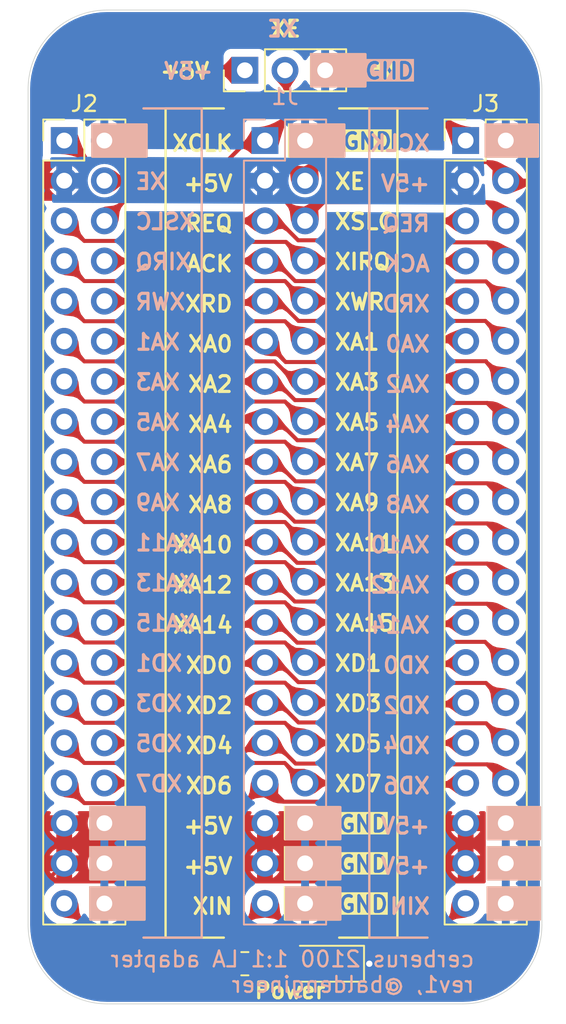
<source format=kicad_pcb>
(kicad_pcb (version 20240108) (generator "pcbnew") (generator_version "8.0")
  (title_block (title "CERBERUS 2100(tm) Logic Analyzer Adapter (1 to 1 map)") (date "2024-04-12") (rev "1") (company "@baldengineer"))
  (layers (0 "F.Cu" signal) (31 "B.Cu" signal) (34 "B.Paste" user) (35 "F.Paste" user) (36 "B.SilkS" user "B.Silkscreen") (37 "F.SilkS" user "F.Silkscreen") (38 "B.Mask" user) (39 "F.Mask" user) (44 "Edge.Cuts" user))
  (net 0 "")
  (net 1 "/XA3")
  (net 2 "GND")
  (net 3 "/XA8")
  (net 4 "/XA11")
  (net 5 "/XD6")
  (net 6 "/XBUSREQ")
  (net 7 "/XD3")
  (net 8 "/XA7")
  (net 9 "/XA0")
  (net 10 "/XD0")
  (net 11 "+5V")
  (net 12 "/XE")
  (net 13 "/XCLK")
  (net 14 "/XWR")
  (net 15 "/XA14")
  (net 16 "/XIRQ")
  (net 17 "/XA2")
  (net 18 "/XA6")
  (net 19 "/XD1")
  (net 20 "/XA15")
  (net 21 "/XD2")
  (net 22 "/XA13")
  (net 23 "/XD5")
  (net 24 "/XA5")
  (net 25 "/XSLC")
  (net 26 "/XA10")
  (net 27 "/XRD")
  (net 28 "/XA12")
  (net 29 "/XBUSACK")
  (net 30 "/XA4")
  (net 31 "/XA9")
  (net 32 "/XD4")
  (net 33 "/XA1")
  (net 34 "/XIN")
  (net 35 "/XD7")
  (net 36 "Net-(D1-A)")
  (footprint "LED_SMD:LED_1206_3216Metric_Pad1.42x1.75mm_HandSolder" (layer "F.Cu") (at 153.67 118.11 180)
    (property "Reference" "D1" (hide yes))
    (property "Value" "Pwr")
  )
  (footprint "Connector_PinHeader_2.54mm:PinHeader_2x20_P2.54mm_Vertical" (layer "F.Cu") (at 137.16 66.04)
    (property "Reference" "J2")
    (property "Value" "Card_Header")
  )
  (footprint "Connector_PinHeader_2.54mm:PinHeader_2x20_P2.54mm_Vertical" (layer "F.Cu") (at 162.56 66.04)
    (property "Reference" "J3")
    (property "Value" "LA_Header" (hide yes))
  )
  (footprint "Resistor_SMD:R_0805_2012Metric_Pad1.20x1.40mm_HandSolder" (layer "F.Cu") (at 148.59 118.11)
    (property "Reference" "R1" (hide yes))
    (property "Value" "1k")
  )
  (footprint "Connector_PinHeader_2.54mm:PinHeader_1x03_P2.54mm_Vertical" (layer "F.Cu") (at 148.59 61.595 90)
    (property "Reference" "J4" (hide yes))
    (property "Value" "XE_Header")
  )
  (footprint "Connector_PinSocket_2.54mm:PinSocket_2x20_P2.54mm_Vertical" (layer "B.Cu") (at 149.86 66.04 180)
    (property "Reference" "J1")
    (property "Value" "Cerberus_Expansion" (hide yes))
  )
  (gr_rect (start 138.811 108.204) (end 142.24 110.236) (stroke (width 0.15)) (fill solid) (layer "B.SilkS"))
  (gr_line (start 145.8595 116.459) (end 142.1765 116.459) (stroke (width 0.15)) (layer "B.SilkS"))
  (gr_rect (start 163.957 113.284) (end 167.259 115.316) (stroke (width 0.15)) (fill solid) (layer "B.SilkS"))
  (gr_rect (start 151.20227 110.744) (end 154.63127 112.776) (stroke (width 0.15)) (fill solid) (layer "B.SilkS"))
  (gr_line (start 142.1765 64.008) (end 145.8595 64.008) (stroke (width 0.15)) (layer "B.SilkS"))
  (gr_line (start 156.464 116.459) (end 156.464 64.008) (stroke (width 0.15)) (layer "B.SilkS"))
  (gr_rect (start 151.20227 108.204) (end 154.63127 110.236) (stroke (width 0.15)) (fill solid) (layer "B.SilkS"))
  (gr_rect (start 138.811 113.284) (end 142.24 115.316) (stroke (width 0.15)) (fill solid) (layer "B.SilkS"))
  (gr_line (start 156.464 64.008) (end 160.147 64.008) (stroke (width 0.15)) (layer "B.SilkS"))
  (gr_rect (start 138.811 110.744) (end 142.24 112.776) (stroke (width 0.15)) (fill solid) (layer "B.SilkS"))
  (gr_line (start 160.147 116.459) (end 156.464 116.459) (stroke (width 0.15)) (layer "B.SilkS"))
  (gr_rect (start 163.957 110.744) (end 167.259 112.776) (stroke (width 0.15)) (fill solid) (layer "B.SilkS"))
  (gr_rect (start 151.20227 113.284) (end 154.63127 115.316) (stroke (width 0.15)) (fill solid) (layer "B.SilkS"))
  (gr_line (start 145.8595 64.008) (end 145.8595 116.459) (stroke (width 0.15)) (layer "B.SilkS"))
  (gr_rect (start 163.957 108.204) (end 167.259 110.236) (stroke (width 0.15)) (fill solid) (layer "B.SilkS"))
  (gr_rect (start 138.938 65.024) (end 142.367 67.056) (stroke (width 0.15)) (fill solid) (layer "B.SilkS"))
  (gr_rect (start 152.78977 60.579) (end 156.21877 62.611) (stroke (width 0.15)) (fill solid) (layer "B.SilkS"))
  (gr_rect (start 151.45627 65.024) (end 154.88527 67.056) (stroke (width 0.15)) (fill solid) (layer "B.SilkS"))
  (gr_rect (start 163.83 65.024) (end 167.132 67.056) (stroke (width 0.15)) (fill solid) (layer "B.SilkS"))
  (gr_line (start 143.5735 64.008) (end 147.2565 64.008) (stroke (width 0.15)) (layer "F.SilkS"))
  (gr_rect (start 138.811 110.744) (end 142.24 112.776) (stroke (width 0.15)) (fill solid) (layer "F.SilkS"))
  (gr_line (start 147.2565 116.459) (end 143.5735 116.459) (stroke (width 0.15)) (layer "F.SilkS"))
  (gr_rect (start 152.781 60.579) (end 156.21 62.611) (stroke (width 0.15)) (fill solid) (layer "F.SilkS"))
  (gr_rect (start 138.938 65.024) (end 142.367 67.056) (stroke (width 0.15)) (fill solid) (layer "F.SilkS"))
  (gr_line (start 158.242 116.459) (end 154.559 116.459) (stroke (width 0.15)) (layer "F.SilkS"))
  (gr_line (start 158.242 64.008) (end 158.242 116.459) (stroke (width 0.15)) (layer "F.SilkS"))
  (gr_rect (start 151.384 65.024) (end 154.813 67.056) (stroke (width 0.15)) (fill solid) (layer "F.SilkS"))
  (gr_rect (start 163.83 65.024) (end 167.132 67.056) (stroke (width 0.15)) (fill solid) (layer "F.SilkS"))
  (gr_rect (start 163.957 113.284) (end 167.259 115.316) (stroke (width 0.15)) (fill solid) (layer "F.SilkS"))
  (gr_rect (start 138.811 108.204) (end 142.24 110.236) (stroke (width 0.15)) (fill solid) (layer "F.SilkS"))
  (gr_rect (start 151.13 110.744) (end 154.559 112.776) (stroke (width 0.15)) (fill solid) (layer "F.SilkS"))
  (gr_rect (start 163.957 108.204) (end 167.259 110.236) (stroke (width 0.15)) (fill solid) (layer "F.SilkS"))
  (gr_rect (start 151.13 108.204) (end 154.559 110.236) (stroke (width 0.15)) (fill solid) (layer "F.SilkS"))
  (gr_line (start 154.559 64.008) (end 158.242 64.008) (stroke (width 0.15)) (layer "F.SilkS"))
  (gr_line (start 143.5735 116.459) (end 143.5735 64.008) (stroke (width 0.15)) (layer "F.SilkS"))
  (gr_rect (start 163.957 110.744) (end 167.259 112.776) (stroke (width 0.15)) (fill solid) (layer "F.SilkS"))
  (gr_rect (start 151.13 113.284) (end 154.559 115.316) (stroke (width 0.15)) (fill solid) (layer "F.SilkS"))
  (gr_rect (start 138.811 113.284) (end 142.24 115.316) (stroke (width 0.15)) (fill solid) (layer "F.SilkS"))
  (gr_arc (start 167.386 115.65) (mid 165.921534 119.185534) (end 162.386 120.65) (stroke (width 0.05)) (layer "Edge.Cuts"))
  (gr_arc (start 134.874 62.785) (mid 136.338466 59.249466) (end 139.874 57.785) (stroke (width 0.05)) (layer "Edge.Cuts"))
  (gr_arc (start 139.874 120.65) (mid 136.338466 119.185534) (end 134.874 115.65) (stroke (width 0.05)) (layer "Edge.Cuts"))
  (gr_line (start 134.874 115.65) (end 134.874 62.785) (stroke (width 0.05)) (layer "Edge.Cuts"))
  (gr_line (start 162.386 120.65) (end 139.874 120.65) (stroke (width 0.05)) (layer "Edge.Cuts"))
  (gr_line (start 167.386 62.785) (end 167.386 115.65) (stroke (width 0.05)) (layer "Edge.Cuts"))
  (gr_arc (start 162.386 57.785) (mid 165.921534 59.249466) (end 167.386 62.785) (stroke (width 0.05)) (layer "Edge.Cuts"))
  (gr_line (start 139.874 57.785) (end 162.386 57.785) (stroke (width 0.05)) (layer "Edge.Cuts"))
  (gr_text "XD2" (at 160.401 102.362 -0) (layer "B.SilkS") (effects (font (size 1 1) (thickness 0.2)) (justify left bottom mirror)))
  (gr_text "+5V" (at 146.685 62.23 -0) (layer "B.SilkS") (effects (font (size 1 1) (thickness 0.2)) (justify left bottom mirror)))
  (gr_text "XA4" (at 160.401 84.582 -0) (layer "B.SilkS") (effects (font (size 1 1) (thickness 0.2)) (justify left bottom mirror)))
  (gr_text "XA13" (at 145.542 94.615 -0) (layer "B.SilkS") (effects (font (size 1 1) (thickness 0.2)) (justify left bottom mirror)))
  (gr_text "XA10" (at 160.401 92.202 -0) (layer "B.SilkS") (effects (font (size 1 1) (thickness 0.2)) (justify left bottom mirror)))
  (gr_text "XA11" (at 145.542 92.075 -0) (layer "B.SilkS") (effects (font (size 1 1) (thickness 0.2)) (justify left bottom mirror)))
  (gr_text "XA9" (at 144.589619 89.535 -0) (layer "B.SilkS") (effects (font (size 1 1) (thickness 0.2)) (justify left bottom mirror)))
  (gr_text "+5V" (at 160.401 69.342 -0) (layer "B.SilkS") (effects (font (size 1 1) (thickness 0.2)) (justify left bottom mirror)))
  (gr_text "XA6" (at 160.401 87.122 -0) (layer "B.SilkS") (effects (font (size 1 1) (thickness 0.2)) (justify left bottom mirror)))
  (gr_text "XE" (at 152.019 59.563 -0) (layer "B.SilkS") (effects (font (size 1 1) (thickness 0.2)) (justify left bottom mirror)))
  (gr_text "+5V" (at 160.401 109.982 -0) (layer "B.SilkS") (effects (font (size 1 1) (thickness 0.2)) (justify left bottom mirror)))
  (gr_text "XA2" (at 160.401 82.042 -0) (layer "B.SilkS") (effects (font (size 1 1) (thickness 0.2)) (justify left bottom mirror)))
  (gr_text "REQ" (at 160.401 71.882 -0) (layer "B.SilkS") (effects (font (size 1 1) (thickness 0.2)) (justify left bottom mirror)))
  (gr_text "XIN" (at 160.401 115.062 -0) (layer "B.SilkS") (effects (font (size 1 1) (thickness 0.2)) (justify left bottom mirror)))
  (gr_text "+5V" (at 160.401 112.522 -0) (layer "B.SilkS") (effects (font (size 1 1) (thickness 0.2)) (justify left bottom mirror)))
  (gr_text "XE" (at 143.684857 69.215 -0) (layer "B.SilkS") (effects (font (size 1 1) (thickness 0.2)) (justify left bottom mirror)))
  (gr_text "XCLK" (at 160.401 66.802 -0) (layer "B.SilkS") (effects (font (size 1 1) (thickness 0.2)) (justify left bottom mirror)))
  (gr_text "XWR" (at 144.922952 76.835 -0) (layer "B.SilkS") (effects (font (size 1 1) (thickness 0.2)) (justify left bottom mirror)))
  (gr_text "XIRQ" (at 145.303904 74.295 -0) (layer "B.SilkS") (effects (font (size 1 1) (thickness 0.2)) (justify left bottom mirror)))
  (gr_text "XD4" (at 160.401 104.902 -0) (layer "B.SilkS") (effects (font (size 1 1) (thickness 0.2)) (justify left bottom mirror)))
  (gr_text "XD1" (at 144.732476 99.695 -0) (layer "B.SilkS") (effects (font (size 1 1) (thickness 0.2)) (justify left bottom mirror)))
  (gr_text "XRD" (at 160.401 76.962 -0) (layer "B.SilkS") (effects (font (size 1 1) (thickness 0.2)) (justify left bottom mirror)))
  (gr_text "XA8" (at 160.401 89.662 -0) (layer "B.SilkS") (effects (font (size 1 1) (thickness 0.2)) (justify left bottom mirror)))
  (gr_text "XD7" (at 144.732476 107.315 -0) (layer "B.SilkS") (effects (font (size 1 1) (thickness 0.2)) (justify left bottom mirror)))
  (gr_text "XSLC" (at 145.542 71.755 -0) (layer "B.SilkS") (effects (font (size 1 1) (thickness 0.2)) (justify left bottom mirror)))
  (gr_text "XA12" (at 160.401 94.742 -0) (layer "B.SilkS") (effects (font (size 1 1) (thickness 0.2)) (justify left bottom mirror)))
  (gr_text "XD0" (at 160.401 99.822 -0) (layer "B.SilkS") (effects (font (size 1 1) (thickness 0.2)) (justify left bottom mirror)))
  (gr_text "XD3" (at 144.732476 102.235 -0) (layer "B.SilkS") (effects (font (size 1 1) (thickness 0.2)) (justify left bottom mirror)))
  (gr_text "XD6" (at 160.401 107.442 -0) (layer "B.SilkS") (effects (font (size 1 1) (thickness 0.2)) (justify left bottom mirror)))
  (gr_text "XA3" (at 144.589619 81.915 -0) (layer "B.SilkS") (effects (font (size 1 1) (thickness 0.2)) (justify left bottom mirror)))
  (gr_text "cerberus 2100 1:1 LA adapter\nrev1, @baldengineer" (at 163.195 120.015 0) (layer "B.SilkS") (effects (font (size 1 1)) (justify left bottom mirror)))
  (gr_text "XA15" (at 145.542 97.155 -0) (layer "B.SilkS") (effects (font (size 1 1) (thickness 0.2)) (justify left bottom mirror)))
  (gr_text "GND" (at 156.09177 60.96 180) (layer "B.SilkS" knockout) (effects (font (size 1 1) (thickness 0.2) (bold yes)) (justify left bottom mirror)))
  (gr_text "XD5" (at 144.732476 104.775 -0) (layer "B.SilkS") (effects (font (size 1 1) (thickness 0.2)) (justify left bottom mirror)))
  (gr_text "XA5" (at 144.589619 84.455 -0) (layer "B.SilkS") (effects (font (size 1 1) (thickness 0.2)) (justify left bottom mirror)))
  (gr_text "ACK" (at 160.401 74.422 -0) (layer "B.SilkS") (effects (font (size 1 1) (thickness 0.2)) (justify left bottom mirror)))
  (gr_text "XA1" (at 144.589619 79.375 -0) (layer "B.SilkS") (effects (font (size 1 1) (thickness 0.2)) (justify left bottom mirror)))
  (gr_text "XA14" (at 160.401 97.282 -0) (layer "B.SilkS") (effects (font (size 1 1) (thickness 0.2)) (justify left bottom mirror)))
  (gr_text "XA0" (at 160.401 79.502 -0) (layer "B.SilkS") (effects (font (size 1 1) (thickness 0.2)) (justify left bottom mirror)))
  (gr_text "XA7" (at 144.589619 86.995 -0) (layer "B.SilkS") (effects (font (size 1 1) (thickness 0.2)) (justify left bottom mirror)))
  (gr_text "Power" (at 149.098 120.396 0) (layer "F.SilkS") (effects (font (size 1 1) (thickness 0.2) (bold yes)) (justify left bottom)))
  (gr_text "GND" (at 154.686 66.675 0) (layer "F.SilkS" knockout) (effects (font (size 1 1) (thickness 0.2) (bold yes)) (justify left bottom)))
  (gr_text "XA5" (at 154.178 84.455 0) (layer "F.SilkS") (effects (font (size 1 1) (thickness 0.2)) (justify left bottom)))
  (gr_text "+5V" (at 144.605286 69.342 0) (layer "F.SilkS") (effects (font (size 1 1) (thickness 0.2)) (justify left bottom)))
  (gr_text "XD7" (at 154.178 107.315 0) (layer "F.SilkS") (effects (font (size 1 1) (thickness 0.2)) (justify left bottom)))
  (gr_text "XA8" (at 144.891 89.662 0) (layer "F.SilkS") (effects (font (size 1 1) (thickness 0.2)) (justify left bottom)))
  (gr_text "XA6" (at 144.891 87.122 0) (layer "F.SilkS") (effects (font (size 1 1) (thickness 0.2)) (justify left bottom)))
  (gr_text "REQ" (at 144.700524 71.882 0) (layer "F.SilkS") (effects (font (size 1 1) (thickness 0.2)) (justify left bottom)))
  (gr_text "XA0" (at 144.891 79.502 0) (layer "F.SilkS") (effects (font (size 1 1) (thickness 0.2)) (justify left bottom)))
  (gr_text "XA10" (at 143.938619 92.202 0) (layer "F.SilkS") (effects (font (size 1 1) (thickness 0.2)) (justify left bottom)))
  (gr_text "XA14" (at 143.938619 97.282 0) (layer "F.SilkS") (effects (font (size 1 1) (thickness 0.2)) (justify left bottom)))
  (gr_text "XWR" (at 154.178 76.835 0) (layer "F.SilkS") (effects (font (size 1 1) (thickness 0.2)) (justify left bottom)))
  (gr_text "XA13" (at 154.178 94.615 0) (layer "F.SilkS") (effects (font (size 1 1) (thickness 0.2)) (justify left bottom)))
  (gr_text "+5V" (at 144.605286 112.522 0) (layer "F.SilkS") (effects (font (size 1 1) (thickness 0.2)) (justify left bottom)))
  (gr_text "XIN" (at 145.176715 115.062 0) (layer "F.SilkS") (effects (font (size 1 1) (thickness 0.2)) (justify left bottom)))
  (gr_text "XA7" (at 154.178 86.995 0) (layer "F.SilkS") (effects (font (size 1 1) (thickness 0.2)) (justify left bottom)))
  (gr_text "+5V" (at 144.605286 109.982 0) (layer "F.SilkS") (effects (font (size 1 1) (thickness 0.2)) (justify left bottom)))
  (gr_text "XA15" (at 154.178 97.155 0) (layer "F.SilkS") (effects (font (size 1 1) (thickness 0.2)) (justify left bottom)))
  (gr_text "+5V" (at 143.129 62.23 0) (layer "F.SilkS") (effects (font (size 1 1) (thickness 0.2)) (justify left bottom)))
  (gr_text "ACK" (at 144.795762 74.422 0) (layer "F.SilkS") (effects (font (size 1 1) (thickness 0.2)) (justify left bottom)))
  (gr_text "XD5" (at 154.178 104.775 0) (layer "F.SilkS") (effects (font (size 1 1) (thickness 0.2)) (justify left bottom)))
  (gr_text "XA2" (at 144.891 82.042 0) (layer "F.SilkS") (effects (font (size 1 1) (thickness 0.2)) (justify left bottom)))
  (gr_text "XA12" (at 143.938619 94.742 0) (layer "F.SilkS") (effects (font (size 1 1) (thickness 0.2)) (justify left bottom)))
  (gr_text "XD0" (at 144.748143 99.822 0) (layer "F.SilkS") (effects (font (size 1 1) (thickness 0.2)) (justify left bottom)))
  (gr_text "XD6" (at 144.748143 107.442 0) (layer "F.SilkS") (effects (font (size 1 1) (thickness 0.2)) (justify left bottom)))
  (gr_text "XD3" (at 154.178 102.235 0) (layer "F.SilkS") (effects (font (size 1 1) (thickness 0.2)) (justify left bottom)))
  (gr_text "XA1" (at 154.178 79.375 0) (layer "F.SilkS") (effects (font (size 1 1) (thickness 0.2)) (justify left bottom)))
  (gr_text "GND" (at 156.083 62.23 0) (layer "F.SilkS" knockout) (effects (font (size 1 1) (thickness 0.2) (bold yes)) (justify left bottom)))
  (gr_text "XA4" (at 144.891 84.582 0) (layer "F.SilkS") (effects (font (size 1 1) (thickness 0.2)) (justify left bottom)))
  (gr_text "XD1" (at 154.178 99.695 0) (layer "F.SilkS") (effects (font (size 1 1) (thickness 0.2)) (justify left bottom)))
  (gr_text "XD2" (at 144.748143 102.362 0) (layer "F.SilkS") (effects (font (size 1 1) (thickness 0.2)) (justify left bottom)))
  (gr_text "XRD" (at 144.700524 76.962 0) (layer "F.SilkS") (effects (font (size 1 1) (thickness 0.2)) (justify left bottom)))
  (gr_text "XE" (at 150.114 59.563 0) (layer "F.SilkS") (effects (font (size 1 1) (thickness 0.2)) (justify left bottom)))
  (gr_text "XA3" (at 154.178 81.915 0) (layer "F.SilkS") (effects (font (size 1 1) (thickness 0.2)) (justify left bottom)))
  (gr_text "GND" (at 154.432 109.855 0) (layer "F.SilkS" knockout) (effects (font (size 1 1) (thickness 0.2) (bold yes)) (justify left bottom)))
  (gr_text "XA9" (at 154.178 89.535 0) (layer "F.SilkS") (effects (font (size 1 1) (thickness 0.2)) (justify left bottom)))
  (gr_text "XIRQ" (at 154.178 74.295 0) (layer "F.SilkS") (effects (font (size 1 1) (thickness 0.2)) (justify left bottom)))
  (gr_text "GND" (at 154.432 112.395 0) (layer "F.SilkS" knockout) (effects (font (size 1 1) (thickness 0.2) (bold yes)) (justify left bottom)))
  (gr_text "XSLC" (at 154.178 71.755 0) (layer "F.SilkS") (effects (font (size 1 1) (thickness 0.2)) (justify left bottom)))
  (gr_text "XD4" (at 144.748143 104.902 0) (layer "F.SilkS") (effects (font (size 1 1) (thickness 0.2)) (justify left bottom)))
  (gr_text "XE" (at 154.178 69.215 0) (layer "F.SilkS") (effects (font (size 1 1) (thickness 0.2)) (justify left bottom)))
  (gr_text "XA11" (at 154.178 92.075 0) (layer "F.SilkS") (effects (font (size 1 1) (thickness 0.2)) (justify left bottom)))
  (gr_text "XCLK" (at 143.891 66.802 0) (layer "F.SilkS") (effects (font (size 1 1) (thickness 0.2)) (justify left bottom)))
  (gr_text "GND" (at 154.432 114.935 0) (layer "F.SilkS" knockout) (effects (font (size 1 1) (thickness 0.2) (bold yes)) (justify left bottom)))
  (segment (start 163.85 80.03) (end 163.85 80) (width 0.254) (layer "F.Cu") (net 1))
  (segment (start 159.25 81.3) (end 159.23 81.28) (width 0.254) (layer "F.Cu") (net 1))
  (segment (start 159.23 81.28) (end 152.4 81.28) (width 0.254) (layer "F.Cu") (net 1))
  (segment (start 147.955 80.01) (end 150.483422 80.01) (width 0.254) (layer "F.Cu") (net 1))
  (segment (start 160.75 80) (end 159.45 81.3) (width 0.254) (layer "F.Cu") (net 1))
  (segment (start 163.85 80) (end 160.75 80) (width 0.254) (layer "F.Cu") (net 1))
  (segment (start 146.685 81.28) (end 147.955 80.01) (width 0.254) (layer "F.Cu") (net 1))
  (segment (start 151.753422 81.28) (end 152.4 81.28) (width 0.254) (layer "F.Cu") (net 1))
  (segment (start 159.45 81.3) (end 159.25 81.3) (width 0.254) (layer "F.Cu") (net 1))
  (segment (start 139.7 81.28) (end 146.685 81.28) (width 0.254) (layer "F.Cu") (net 1))
  (segment (start 150.483422 80.01) (end 151.753422 81.28) (width 0.254) (layer "F.Cu") (net 1))
  (segment (start 165.1 81.28) (end 163.85 80.03) (width 0.254) (layer "F.Cu") (net 1))
  (segment (start 155.1575 118.11) (end 156.464 118.11) (width 0.254) (layer "F.Cu") (net 2))
  (via (at 156.464 118.11) (size 0.8) (drill 0.4) (layers "F.Cu" "B.Cu") (net 2))
  (segment (start 150.5 88.9) (end 151.75 90.15) (width 0.254) (layer "F.Cu") (net 3))
  (segment (start 148.463 88.9) (end 149.86 88.9) (width 0.254) (layer "F.Cu") (net 3))
  (segment (start 151.75 90.15) (end 159.6 90.15) (width 0.254) (layer "F.Cu") (net 3))
  (segment (start 160.85 88.9) (end 162.56 88.9) (width 0.254) (layer "F.Cu") (net 3))
  (segment (start 138.43 90.17) (end 147.193 90.17) (width 0.254) (layer "F.Cu") (net 3))
  (segment (start 149.86 88.9) (end 150.5 88.9) (width 0.254) (layer "F.Cu") (net 3))
  (segment (start 137.16 88.9) (end 138.43 90.17) (width 0.254) (layer "F.Cu") (net 3))
  (segment (start 147.193 90.17) (end 148.463 88.9) (width 0.254) (layer "F.Cu") (net 3))
  (segment (start 159.6 90.15) (end 160.85 88.9) (width 0.254) (layer "F.Cu") (net 3))
  (segment (start 151.123422 90.17) (end 152.393422 91.44) (width 0.254) (layer "F.Cu") (net 4))
  (segment (start 163.9198 90.2598) (end 160.6902 90.2598) (width 0.254) (layer "F.Cu") (net 4))
  (segment (start 147.447 91.44) (end 148.717 90.17) (width 0.254) (layer "F.Cu") (net 4))
  (segment (start 159.51 91.44) (end 152.4 91.44) (width 0.254) (layer "F.Cu") (net 4))
  (segment (start 165.1 91.44) (end 163.9198 90.2598) (width 0.254) (layer "F.Cu") (net 4))
  (segment (start 152.393422 91.44) (end 152.4 91.44) (width 0.254) (layer "F.Cu") (net 4))
  (segment (start 160.6902 90.2598) (end 159.51 91.44) (width 0.254) (layer "F.Cu") (net 4))
  (segment (start 139.7 91.44) (end 147.447 91.44) (width 0.254) (layer "F.Cu") (net 4))
  (segment (start 148.717 90.17) (end 151.123422 90.17) (width 0.254) (layer "F.Cu") (net 4))
  (segment (start 137.16 106.68) (end 138.43 107.95) (width 0.254) (layer "F.Cu") (net 5))
  (segment (start 160.177719 107.8602) (end 161.357919 106.68) (width 0.254) (layer "F.Cu") (net 5))
  (segment (start 151.0402 107.8602) (end 160.177719 107.8602) (width 0.254) (layer "F.Cu") (net 5))
  (segment (start 138.43 107.95) (end 148.59 107.95) (width 0.254) (layer "F.Cu") (net 5))
  (segment (start 149.86 106.68) (end 151.0402 107.8602) (width 0.254) (layer "F.Cu") (net 5))
  (segment (start 161.357919 106.68) (end 162.56 106.68) (width 0.254) (layer "F.Cu") (net 5))
  (segment (start 148.59 107.95) (end 149.86 106.68) (width 0.254) (layer "F.Cu") (net 5))
  (segment (start 159 72.35) (end 160.23 71.12) (width 0.254) (layer "F.Cu") (net 6))
  (segment (start 149.86 71.12) (end 150.730945 71.12) (width 0.254) (layer "F.Cu") (net 6))
  (segment (start 137.16 71.12) (end 138.43 72.39) (width 0.254) (layer "F.Cu") (net 6))
  (segment (start 160.23 71.12) (end 162.56 71.12) (width 0.254) (layer "F.Cu") (net 6))
  (segment (start 138.43 72.39) (end 140.97 72.39) (width 0.254) (layer "F.Cu") (net 6))
  (segment (start 150.730945 71.12) (end 151.960945 72.35) (width 0.254) (layer "F.Cu") (net 6))
  (segment (start 151.960945 72.35) (end 159 72.35) (width 0.254) (layer "F.Cu") (net 6))
  (segment (start 142.24 71.12) (end 149.86 71.12) (width 0.254) (layer "F.Cu") (net 6))
  (segment (start 140.97 72.39) (end 142.24 71.12) (width 0.254) (layer "F.Cu") (net 6))
  (segment (start 160.15 101.6) (end 152.4 101.6) (width 0.254) (layer "F.Cu") (net 7))
  (segment (start 146.978 101.6) (end 148.248 100.33) (width 0.254) (layer "F.Cu") (net 7))
  (segment (start 165.1 101.6) (end 163.85 100.35) (width 0.254) (layer "F.Cu") (net 7))
  (segment (start 151.13 100.33) (end 152.4 101.6) (width 0.254) (layer "F.Cu") (net 7))
  (segment (start 148.248 100.33) (end 151.13 100.33) (width 0.254) (layer "F.Cu") (net 7))
  (segment (start 163.85 100.35) (end 161.4 100.35) (width 0.254) (layer "F.Cu") (net 7))
  (segment (start 161.4 100.35) (end 160.15 101.6) (width 0.254) (layer "F.Cu") (net 7))
  (segment (start 139.7 101.6) (end 146.978 101.6) (width 0.254) (layer "F.Cu") (net 7))
  (segment (start 148.209 85.09) (end 151.13 85.09) (width 0.254) (layer "F.Cu") (net 8))
  (segment (start 139.7 86.36) (end 146.939 86.36) (width 0.254) (layer "F.Cu") (net 8))
  (segment (start 151.13 85.09) (end 152.4 86.36) (width 0.254) (layer "F.Cu") (net 8))
  (segment (start 165.1 86.36) (end 163.9198 85.1798) (width 0.254) (layer "F.Cu") (net 8))
  (segment (start 160.8702 85.1798) (end 159.69 86.36) (width 0.254) (layer "F.Cu") (net 8))
  (segment (start 163.9198 85.1798) (end 160.8702 85.1798) (width 0.254) (layer "F.Cu") (net 8))
  (segment (start 159.69 86.36) (end 152.4 86.36) (width 0.254) (layer "F.Cu") (net 8))
  (segment (start 146.939 86.36) (end 148.209 85.09) (width 0.254) (layer "F.Cu") (net 8))
  (segment (start 161.06 78.74) (end 162.56 78.74) (width 0.254) (layer "F.Cu") (net 9))
  (segment (start 148.578422 78.74) (end 149.86 78.74) (width 0.254) (layer "F.Cu") (net 9))
  (segment (start 137.16 78.74) (end 138.43 80.01) (width 0.254) (layer "F.Cu") (net 9))
  (segment (start 149.86 78.74) (end 151.17 80.05) (width 0.254) (layer "F.Cu") (net 9))
  (segment (start 151.17 80.05) (end 159.75 80.05) (width 0.254) (layer "F.Cu") (net 9))
  (segment (start 147.308422 80.01) (end 148.578422 78.74) (width 0.254) (layer "F.Cu") (net 9))
  (segment (start 159.75 80.05) (end 161.06 78.74) (width 0.254) (layer "F.Cu") (net 9))
  (segment (start 138.43 80.01) (end 147.308422 80.01) (width 0.254) (layer "F.Cu") (net 9))
  (segment (start 138.43 100.33) (end 147.337974 100.33) (width 0.254) (layer "F.Cu") (net 10))
  (segment (start 161.34 99.06) (end 162.56 99.06) (width 0.254) (layer "F.Cu") (net 10))
  (segment (start 151.970945 100.3) (end 160.1 100.3) (width 0.254) (layer "F.Cu") (net 10))
  (segment (start 150.730945 99.06) (end 151.970945 100.3) (width 0.254) (layer "F.Cu") (net 10))
  (segment (start 149.86 99.06) (end 150.730945 99.06) (width 0.254) (layer "F.Cu") (net 10))
  (segment (start 137.16 99.06) (end 138.43 100.33) (width 0.254) (layer "F.Cu") (net 10))
  (segment (start 148.607974 99.06) (end 149.86 99.06) (width 0.254) (layer "F.Cu") (net 10))
  (segment (start 147.337974 100.33) (end 148.607974 99.06) (width 0.254) (layer "F.Cu") (net 10))
  (segment (start 160.1 100.3) (end 161.34 99.06) (width 0.254) (layer "F.Cu") (net 10))
  (segment (start 135.636 62.484) (end 136.525 61.595) (width 0.254) (layer "F.Cu") (net 11))
  (segment (start 136.525 61.595) (end 148.59 61.595) (width 0.254) (layer "F.Cu") (net 11))
  (segment (start 135.509 117.221) (end 136.398 118.11) (width 0.254) (layer "F.Cu") (net 11))
  (segment (start 136.398 118.11) (end 147.59 118.11) (width 0.254) (layer "F.Cu") (net 11))
  (segment (start 135.509 113.411) (end 135.509 117.221) (width 0.254) (layer "F.Cu") (net 11))
  (segment (start 135.636 68.072) (end 135.636 62.484) (width 0.254) (layer "F.Cu") (net 11))
  (segment (start 137.16 68.58) (end 136.144 68.58) (width 0.254) (layer "F.Cu") (net 11))
  (segment (start 136.144 68.58) (end 135.636 68.072) (width 0.254) (layer "F.Cu") (net 11))
  (segment (start 137.16 111.76) (end 135.509 113.411) (width 0.254) (layer "F.Cu") (net 11))
  (segment (start 151.13 61.595) (end 151.13 62.738) (width 0.254) (layer "F.Cu") (net 12))
  (segment (start 165.862 63.246) (end 166.878 64.262) (width 0.254) (layer "F.Cu") (net 12))
  (segment (start 151.638 63.246) (end 165.862 63.246) (width 0.254) (layer "F.Cu") (net 12))
  (segment (start 153.5802 67.3998) (end 152.4 68.58) (width 0.254) (layer "F.Cu") (net 12))
  (segment (start 151.13 62.738) (end 151.638 63.246) (width 0.254) (layer "F.Cu") (net 12))
  (segment (start 147.574 68.58) (end 148.844 67.31) (width 0.254) (layer "F.Cu") (net 12))
  (segment (start 148.844 67.31) (end 151.13 67.31) (width 0.254) (layer "F.Cu") (net 12))
  (segment (start 165.1 68.58) (end 163.9198 67.3998) (width 0.254) (layer "F.Cu") (net 12))
  (segment (start 163.9198 67.3998) (end 153.5802 67.3998) (width 0.254) (layer "F.Cu") (net 12))
  (segment (start 151.13 67.31) (end 152.4 68.58) (width 0.254) (layer "F.Cu") (net 12))
  (segment (start 139.7 68.58) (end 147.574 68.58) (width 0.254) (layer "F.Cu") (net 12))
  (segment (start 165.1 68.58) (end 166.624 68.58) (width 0.254) (layer "F.Cu") (net 12))
  (segment (start 166.878 68.326) (end 166.878 64.262) (width 0.254) (layer "F.Cu") (net 12))
  (segment (start 166.624 68.58) (end 166.878 68.326) (width 0.254) (layer "F.Cu") (net 12))
  (segment (start 148.756 66.04) (end 149.86 66.04) (width 0.254) (layer "F.Cu") (net 13))
  (segment (start 151.5 64.3) (end 149.86 65.94) (width 0.254) (layer "F.Cu") (net 13))
  (segment (start 162.56 66.04) (end 160.82 64.3) (width 0.254) (layer "F.Cu") (net 13))
  (segment (start 149.86 65.94) (end 149.86 66.04) (width 0.254) (layer "F.Cu") (net 13))
  (segment (start 147.486 67.31) (end 148.756 66.04) (width 0.254) (layer "F.Cu") (net 13))
  (segment (start 138.43 67.31) (end 147.486 67.31) (width 0.254) (layer "F.Cu") (net 13))
  (segment (start 137.16 66.04) (end 138.43 67.31) (width 0.254) (layer "F.Cu") (net 13))
  (segment (start 160.82 64.3) (end 151.5 64.3) (width 0.254) (layer "F.Cu") (net 13))
  (segment (start 151.13 74.93) (end 152.4 76.2) (width 0.254) (layer "F.Cu") (net 14))
  (segment (start 163.85 74.95) (end 160.75 74.95) (width 0.254) (layer "F.Cu") (net 14))
  (segment (start 146.831145 76.2) (end 148.101145 74.93) (width 0.254) (layer "F.Cu") (net 14))
  (segment (start 148.101145 74.93) (end 151.13 74.93) (width 0.254) (layer "F.Cu") (net 14))
  (segment (start 165.1 76.2) (end 163.85 74.95) (width 0.254) (layer "F.Cu") (net 14))
  (segment (start 160.75 74.95) (end 159.5 76.2) (width 0.254) (layer "F.Cu") (net 14))
  (segment (start 159.5 76.2) (end 152.4 76.2) (width 0.254) (layer "F.Cu") (net 14))
  (segment (start 139.7 76.2) (end 146.831145 76.2) (width 0.254) (layer "F.Cu") (net 14))
  (segment (start 151.9 97.8) (end 160.077919 97.8) (width 0.254) (layer "F.Cu") (net 15))
  (segment (start 148.717 96.52) (end 149.86 96.52) (width 0.254) (layer "F.Cu") (net 15))
  (segment (start 137.16 96.52) (end 138.43 97.79) (width 0.254) (layer "F.Cu") (net 15))
  (segment (start 150.62 96.52) (end 151.9 97.8) (width 0.254) (layer "F.Cu") (net 15))
  (segment (start 138.43 97.79) (end 147.447 97.79) (width 0.254) (layer "F.Cu") (net 15))
  (segment (start 149.86 96.52) (end 150.62 96.52) (width 0.254) (layer "F.Cu") (net 15))
  (segment (start 160.077919 97.8) (end 161.357919 96.52) (width 0.254) (layer "F.Cu") (net 15))
  (segment (start 147.447 97.79) (end 148.717 96.52) (width 0.254) (layer "F.Cu") (net 15))
  (segment (start 161.357919 96.52) (end 162.56 96.52) (width 0.254) (layer "F.Cu") (net 15))
  (segment (start 146.111052 73.66) (end 147.32 72.451052) (width 0.254) (layer "F.Cu") (net 16))
  (segment (start 139.7 73.66) (end 146.111052 73.66) (width 0.254) (layer "F.Cu") (net 16))
  (segment (start 151.191052 72.451052) (end 152.4 73.66) (width 0.254) (layer "F.Cu") (net 16))
  (segment (start 147.32 72.451052) (end 151.191052 72.451052) (width 0.254) (layer "F.Cu") (net 16))
  (segment (start 160.6702 72.4798) (end 159.49 73.66) (width 0.254) (layer "F.Cu") (net 16))
  (segment (start 163.9198 72.4798) (end 160.6702 72.4798) (width 0.254) (layer "F.Cu") (net 16))
  (segment (start 159.49 73.66) (end 152.4 73.66) (width 0.254) (layer "F.Cu") (net 16))
  (segment (start 165.1 73.66) (end 163.9198 72.4798) (width 0.254) (layer "F.Cu") (net 16))
  (segment (start 150.58 81.28) (end 151.7602 82.4602) (width 0.254) (layer "F.Cu") (net 17))
  (segment (start 138.43 82.55) (end 146.604052 82.55) (width 0.254) (layer "F.Cu") (net 17))
  (segment (start 137.16 81.28) (end 138.43 82.55) (width 0.254) (layer "F.Cu") (net 17))
  (segment (start 151.7602 82.4602) (end 159.7398 82.4602) (width 0.254) (layer "F.Cu") (net 17))
  (segment (start 160.92 81.28) (end 162.56 81.28) (width 0.254) (layer "F.Cu") (net 17))
  (segment (start 159.7398 82.4602) (end 160.92 81.28) (width 0.254) (layer "F.Cu") (net 17))
  (segment (start 149.86 81.28) (end 150.58 81.28) (width 0.254) (layer "F.Cu") (net 17))
  (segment (start 147.874052 81.28) (end 149.86 81.28) (width 0.254) (layer "F.Cu") (net 17))
  (segment (start 146.604052 82.55) (end 147.874052 81.28) (width 0.254) (layer "F.Cu") (net 17))
  (segment (start 147.224948 87.63) (end 148.494948 86.36) (width 0.254) (layer "F.Cu") (net 18))
  (segment (start 160.99 86.36) (end 162.56 86.36) (width 0.254) (layer "F.Cu") (net 18))
  (segment (start 159.75 87.6) (end 160.99 86.36) (width 0.254) (layer "F.Cu") (net 18))
  (segment (start 150.56 86.36) (end 151.8 87.6) (width 0.254) (layer "F.Cu") (net 18))
  (segment (start 148.494948 86.36) (end 149.86 86.36) (width 0.254) (layer "F.Cu") (net 18))
  (segment (start 149.86 86.36) (end 150.56 86.36) (width 0.254) (layer "F.Cu") (net 18))
  (segment (start 151.8 87.6) (end 159.75 87.6) (width 0.254) (layer "F.Cu") (net 18))
  (segment (start 137.16 86.36) (end 138.43 87.63) (width 0.254) (layer "F.Cu") (net 18))
  (segment (start 138.43 87.63) (end 147.224948 87.63) (width 0.254) (layer "F.Cu") (net 18))
  (segment (start 161.25 97.75) (end 159.94 99.06) (width 0.254) (layer "F.Cu") (net 19))
  (segment (start 165.1 99.06) (end 163.79 97.75) (width 0.254) (layer "F.Cu") (net 19))
  (segment (start 159.94 99.06) (end 152.4 99.06) (width 0.254) (layer "F.Cu") (net 19))
  (segment (start 147.574 99.06) (end 148.844 97.79) (width 0.254) (layer "F.Cu") (net 19))
  (segment (start 139.7 99.06) (end 147.574 99.06) (width 0.254) (layer "F.Cu") (net 19))
  (segment (start 163.79 97.75) (end 161.25 97.75) (width 0.254) (layer "F.Cu") (net 19))
  (segment (start 151.13 97.79) (end 152.4 99.06) (width 0.254) (layer "F.Cu") (net 19))
  (segment (start 148.844 97.79) (end 151.13 97.79) (width 0.254) (layer "F.Cu") (net 19))
  (segment (start 147.193 96.52) (end 148.463 95.25) (width 0.254) (layer "F.Cu") (net 20))
  (segment (start 161.3102 95.3398) (end 160.13 96.52) (width 0.254) (layer "F.Cu") (net 20))
  (segment (start 139.7 96.52) (end 147.193 96.52) (width 0.254) (layer "F.Cu") (net 20))
  (segment (start 151.13 95.25) (end 152.4 96.52) (width 0.254) (layer "F.Cu") (net 20))
  (segment (start 165.1 96.52) (end 163.9198 95.3398) (width 0.254) (layer "F.Cu") (net 20))
  (segment (start 160.13 96.52) (end 152.4 96.52) (width 0.254) (layer "F.Cu") (net 20))
  (segment (start 148.463 95.25) (end 151.13 95.25) (width 0.254) (layer "F.Cu") (net 20))
  (segment (start 163.9198 95.3398) (end 161.3102 95.3398) (width 0.254) (layer "F.Cu") (net 20))
  (segment (start 137.16 101.6) (end 138.43 102.87) (width 0.254) (layer "F.Cu") (net 21))
  (segment (start 150.730945 101.6) (end 151.980945 102.85) (width 0.254) (layer "F.Cu") (net 21))
  (segment (start 147.193 102.87) (end 148.463 101.6) (width 0.254) (layer "F.Cu") (net 21))
  (segment (start 161.357919 101.6) (end 162.56 101.6) (width 0.254) (layer "F.Cu") (net 21))
  (segment (start 160.107919 102.85) (end 161.357919 101.6) (width 0.254) (layer "F.Cu") (net 21))
  (segment (start 148.463 101.6) (end 149.86 101.6) (width 0.254) (layer "F.Cu") (net 21))
  (segment (start 151.980945 102.85) (end 160.107919 102.85) (width 0.254) (layer "F.Cu") (net 21))
  (segment (start 138.43 102.87) (end 147.193 102.87) (width 0.254) (layer "F.Cu") (net 21))
  (segment (start 149.86 101.6) (end 150.730945 101.6) (width 0.254) (layer "F.Cu") (net 21))
  (segment (start 139.7 93.98) (end 147.32 93.98) (width 0.254) (layer "F.Cu") (net 22))
  (segment (start 161.0502 92.7998) (end 159.87 93.98) (width 0.254) (layer "F.Cu") (net 22))
  (segment (start 163.9198 92.7998) (end 161.0502 92.7998) (width 0.254) (layer "F.Cu") (net 22))
  (segment (start 159.87 93.98) (end 152.4 93.98) (width 0.254) (layer "F.Cu") (net 22))
  (segment (start 151.13 92.71) (end 152.4 93.98) (width 0.254) (layer "F.Cu") (net 22))
  (segment (start 148.59 92.71) (end 151.13 92.71) (width 0.254) (layer "F.Cu") (net 22))
  (segment (start 165.1 93.98) (end 163.9198 92.7998) (width 0.254) (layer "F.Cu") (net 22))
  (segment (start 147.32 93.98) (end 148.59 92.71) (width 0.254) (layer "F.Cu") (net 22))
  (segment (start 165.1 104.14) (end 163.86 102.9) (width 0.254) (layer "F.Cu") (net 23))
  (segment (start 148.717 102.87) (end 151.13 102.87) (width 0.254) (layer "F.Cu") (net 23))
  (segment (start 147.447 104.14) (end 148.717 102.87) (width 0.254) (layer "F.Cu") (net 23))
  (segment (start 151.13 102.87) (end 152.4 104.14) (width 0.254) (layer "F.Cu") (net 23))
  (segment (start 139.7 104.14) (end 147.447 104.14) (width 0.254) (layer "F.Cu") (net 23))
  (segment (start 160.06 104.14) (end 152.4 104.14) (width 0.254) (layer "F.Cu") (net 23))
  (segment (start 161.3 102.9) (end 160.06 104.14) (width 0.254) (layer "F.Cu") (net 23))
  (segment (start 163.86 102.9) (end 161.3 102.9) (width 0.254) (layer "F.Cu") (net 23))
  (segment (start 161.0602 82.6398) (end 159.88 83.82) (width 0.254) (layer "F.Cu") (net 24))
  (segment (start 146.558 83.82) (end 147.828 82.55) (width 0.254) (layer "F.Cu") (net 24))
  (segment (start 147.828 82.55) (end 151.13 82.55) (width 0.254) (layer "F.Cu") (net 24))
  (segment (start 139.7 83.82) (end 146.558 83.82) (width 0.254) (layer "F.Cu") (net 24))
  (segment (start 165.1 83.82) (end 163.9198 82.6398) (width 0.254) (layer "F.Cu") (net 24))
  (segment (start 159.88 83.82) (end 152.4 83.82) (width 0.254) (layer "F.Cu") (net 24))
  (segment (start 151.13 82.55) (end 152.4 83.82) (width 0.254) (layer "F.Cu") (net 24))
  (segment (start 163.9198 82.6398) (end 161.0602 82.6398) (width 0.254) (layer "F.Cu") (net 24))
  (segment (start 153.5802 69.9398) (end 152.4 71.12) (width 0.254) (layer "F.Cu") (net 25))
  (segment (start 140.97 69.85) (end 151.13 69.85) (width 0.254) (layer "F.Cu") (net 25))
  (segment (start 151.13 69.85) (end 152.4 71.12) (width 0.254) (layer "F.Cu") (net 25))
  (segment (start 163.9198 69.9398) (end 153.5802 69.9398) (width 0.254) (layer "F.Cu") (net 25))
  (segment (start 139.7 71.12) (end 140.97 69.85) (width 0.254) (layer "F.Cu") (net 25))
  (segment (start 165.1 71.12) (end 163.9198 69.9398) (width 0.254) (layer "F.Cu") (net 25))
  (segment (start 151.9 92.75) (end 159.5 92.75) (width 0.254) (layer "F.Cu") (net 26))
  (segment (start 160.81 91.44) (end 162.56 91.44) (width 0.254) (layer "F.Cu") (net 26))
  (segment (start 148.59 91.44) (end 149.86 91.44) (width 0.254) (layer "F.Cu") (net 26))
  (segment (start 138.43 92.71) (end 147.32 92.71) (width 0.254) (layer "F.Cu") (net 26))
  (segment (start 147.32 92.71) (end 148.59 91.44) (width 0.254) (layer "F.Cu") (net 26))
  (segment (start 137.16 91.44) (end 138.43 92.71) (width 0.254) (layer "F.Cu") (net 26))
  (segment (start 149.86 91.44) (end 150.59 91.44) (width 0.254) (layer "F.Cu") (net 26))
  (segment (start 150.59 91.44) (end 151.9 92.75) (width 0.254) (layer "F.Cu") (net 26))
  (segment (start 159.5 92.75) (end 160.81 91.44) (width 0.254) (layer "F.Cu") (net 26))
  (segment (start 160.7 76.2) (end 162.56 76.2) (width 0.254) (layer "F.Cu") (net 27))
  (segment (start 138.43 77.47) (end 147.387919 77.47) (width 0.254) (layer "F.Cu") (net 27))
  (segment (start 147.387919 77.47) (end 148.657919 76.2) (width 0.254) (layer "F.Cu") (net 27))
  (segment (start 159.45 77.45) (end 160.7 76.2) (width 0.254) (layer "F.Cu") (net 27))
  (segment (start 151.980945 77.45) (end 159.45 77.45) (width 0.254) (layer "F.Cu") (net 27))
  (segment (start 149.86 76.2) (end 150.730945 76.2) (width 0.254) (layer "F.Cu") (net 27))
  (segment (start 137.16 76.2) (end 138.43 77.47) (width 0.254) (layer "F.Cu") (net 27))
  (segment (start 148.657919 76.2) (end 149.86 76.2) (width 0.254) (layer "F.Cu") (net 27))
  (segment (start 150.730945 76.2) (end 151.980945 77.45) (width 0.254) (layer "F.Cu") (net 27))
  (segment (start 148.463 93.98) (end 149.86 93.98) (width 0.254) (layer "F.Cu") (net 28))
  (segment (start 147.193 95.25) (end 148.463 93.98) (width 0.254) (layer "F.Cu") (net 28))
  (segment (start 161.07 93.98) (end 162.56 93.98) (width 0.254) (layer "F.Cu") (net 28))
  (segment (start 137.16 93.98) (end 138.43 95.25) (width 0.254) (layer "F.Cu") (net 28))
  (segment (start 151.75 95.2) (end 159.85 95.2) (width 0.254) (layer "F.Cu") (net 28))
  (segment (start 150.53 93.98) (end 151.75 95.2) (width 0.254) (layer "F.Cu") (net 28))
  (segment (start 149.86 93.98) (end 150.53 93.98) (width 0.254) (layer "F.Cu") (net 28))
  (segment (start 138.43 95.25) (end 147.193 95.25) (width 0.254) (layer "F.Cu") (net 28))
  (segment (start 159.85 95.2) (end 161.07 93.98) (width 0.254) (layer "F.Cu") (net 28))
  (segment (start 151.776578 74.93) (end 159.47 74.93) (width 0.254) (layer "F.Cu") (net 29))
  (segment (start 150.506578 73.66) (end 151.776578 74.93) (width 0.254) (layer "F.Cu") (net 29))
  (segment (start 160.74 73.66) (end 162.56 73.66) (width 0.254) (layer "F.Cu") (net 29))
  (segment (start 147.828 73.66) (end 149.86 73.66) (width 0.254) (layer "F.Cu") (net 29))
  (segment (start 146.558 74.93) (end 147.828 73.66) (width 0.254) (layer "F.Cu") (net 29))
  (segment (start 137.16 73.66) (end 138.43 74.93) (width 0.254) (layer "F.Cu") (net 29))
  (segment (start 138.43 74.93) (end 146.558 74.93) (width 0.254) (layer "F.Cu") (net 29))
  (segment (start 149.86 73.66) (end 150.506578 73.66) (width 0.254) (layer "F.Cu") (net 29))
  (segment (start 159.47 74.93) (end 160.74 73.66) (width 0.254) (layer "F.Cu") (net 29))
  (segment (start 159.76376 85.0002) (end 160.94396 83.82) (width 0.254) (layer "F.Cu") (net 30))
  (segment (start 138.43 85.09) (end 146.970948 85.09) (width 0.254) (layer "F.Cu") (net 30))
  (segment (start 160.94396 83.82) (end 162.56 83.82) (width 0.254) (layer "F.Cu") (net 30))
  (segment (start 137.16 83.82) (end 138.43 85.09) (width 0.254) (layer "F.Cu") (net 30))
  (segment (start 146.970948 85.09) (end 148.240948 83.82) (width 0.254) (layer "F.Cu") (net 30))
  (segment (start 150.730945 83.82) (end 151.911145 85.0002) (width 0.254) (layer "F.Cu") (net 30))
  (segment (start 148.240948 83.82) (end 149.86 83.82) (width 0.254) (layer "F.Cu") (net 30))
  (segment (start 149.86 83.82) (end 150.730945 83.82) (width 0.254) (layer "F.Cu") (net 30))
  (segment (start 151.911145 85.0002) (end 159.76376 85.0002) (width 0.254) (layer "F.Cu") (net 30))
  (segment (start 165.1 88.9) (end 163.9198 87.7198) (width 0.254) (layer "F.Cu") (net 31))
  (segment (start 147.32 88.9) (end 148.59 87.63) (width 0.254) (layer "F.Cu") (net 31))
  (segment (start 148.59 87.63) (end 151.13 87.63) (width 0.254) (layer "F.Cu") (net 31))
  (segment (start 159.8 88.9) (end 152.4 88.9) (width 0.254) (layer "F.Cu") (net 31))
  (segment (start 163.9198 87.7198) (end 160.9802 87.7198) (width 0.254) (layer "F.Cu") (net 31))
  (segment (start 160.9802 87.7198) (end 159.8 88.9) (width 0.254) (layer "F.Cu") (net 31))
  (segment (start 151.13 87.63) (end 152.4 88.9) (width 0.254) (layer "F.Cu") (net 31))
  (segment (start 139.7 88.9) (end 147.32 88.9) (width 0.254) (layer "F.Cu") (net 31))
  (segment (start 150.49 104.14) (end 151.8 105.45) (width 0.254) (layer "F.Cu") (net 32))
  (segment (start 161.21 104.14) (end 162.56 104.14) (width 0.254) (layer "F.Cu") (net 32))
  (segment (start 137.16 104.14) (end 138.43 105.41) (width 0.254) (layer "F.Cu") (net 32))
  (segment (start 138.43 105.41) (end 147.820948 105.41) (width 0.254) (layer "F.Cu") (net 32))
  (segment (start 159.9 105.45) (end 161.21 104.14) (width 0.254) (layer "F.Cu") (net 32))
  (segment (start 147.820948 105.41) (end 149.090948 104.14) (width 0.254) (layer "F.Cu") (net 32))
  (segment (start 149.86 104.14) (end 150.49 104.14) (width 0.254) (layer "F.Cu") (net 32))
  (segment (start 151.8 105.45) (end 159.9 105.45) (width 0.254) (layer "F.Cu") (net 32))
  (segment (start 149.090948 104.14) (end 149.86 104.14) (width 0.254) (layer "F.Cu") (net 32))
  (segment (start 163.81 77.45) (end 160.53 77.45) (width 0.254) (layer "F.Cu") (net 33))
  (segment (start 139.7 78.74) (end 147.567235 78.74) (width 0.254) (layer "F.Cu") (net 33))
  (segment (start 165.1 78.74) (end 163.81 77.45) (width 0.254) (layer "F.Cu") (net 33))
  (segment (start 148.837235 77.47) (end 151.13 77.47) (width 0.254) (layer "F.Cu") (net 33))
  (segment (start 159.24 78.74) (end 152.4 78.74) (width 0.254) (layer "F.Cu") (net 33))
  (segment (start 165.1 78.74) (end 165.1 78.55) (width 0.254) (layer "F.Cu") (net 33))
  (segment (start 151.13 77.47) (end 152.4 78.74) (width 0.254) (layer "F.Cu") (net 33))
  (segment (start 147.567235 78.74) (end 148.837235 77.47) (width 0.254) (layer "F.Cu") (net 33))
  (segment (start 160.53 77.45) (end 159.24 78.74) (width 0.254) (layer "F.Cu") (net 33))
  (segment (start 149.86 114.3) (end 151.36 115.8) (width 0.254) (layer "F.Cu") (net 34))
  (segment (start 148.36 115.8) (end 149.86 114.3) (width 0.254) (layer "F.Cu") (net 34))
  (segment (start 138.66 115.8) (end 148.36 115.8) (width 0.254) (layer "F.Cu") (net 34))
  (segment (start 137.16 114.3) (end 138.66 115.8) (width 0.254) (layer "F.Cu") (net 34))
  (segment (start 151.36 115.8) (end 161.06 115.8) (width 0.254) (layer "F.Cu") (net 34))
  (segment (start 161.06 115.8) (end 162.56 114.3) (width 0.254) (layer "F.Cu") (net 34))
  (segment (start 148.971 105.41) (end 151.113422 105.41) (width 0.254) (layer "F.Cu") (net 35))
  (segment (start 152.383422 106.68) (end 152.4 106.68) (width 0.254) (layer "F.Cu") (net 35))
  (segment (start 147.701 106.68) (end 148.971 105.41) (width 0.254) (layer "F.Cu") (net 35))
  (segment (start 163.9198 105.4998) (end 161.2002 105.4998) (width 0.254) (layer "F.Cu") (net 35))
  (segment (start 151.113422 105.41) (end 152.383422 106.68) (width 0.254) (layer "F.Cu") (net 35))
  (segment (start 160.02 106.68) (end 152.4 106.68) (width 0.254) (layer "F.Cu") (net 35))
  (segment (start 165.1 106.68) (end 163.9198 105.4998) (width 0.254) (layer "F.Cu") (net 35))
  (segment (start 139.7 106.68) (end 147.701 106.68) (width 0.254) (layer "F.Cu") (net 35))
  (segment (start 161.2002 105.4998) (end 160.02 106.68) (width 0.254) (layer "F.Cu") (net 35))
  (segment (start 149.59 118.11) (end 152.1825 118.11) (width 0.254) (layer "F.Cu") (net 36))
  (zone (net 11) (net_name "+5V") (layer "F.Cu") (name "+5V") (priority 1) (connect_pads (clearance 0.2032)) (min_thickness 0.2032) (fill yes (thermal_gap 0.2) (thermal_bridge_width 1))
    (polygon (pts (xy 135.89 113.03) (xy 135.89 67.31) (xy 133.35 67.31) (xy 133.35 113.03)))
  )
  (zone (net 11) (net_name "+5V") (layer "F.Cu") (name "+5V") (priority 1) (connect_pads (clearance 0.2032)) (min_thickness 0.2032) (fill yes (thermal_gap 0.2) (thermal_bridge_width 1))
    (polygon (pts (xy 148.59 108.458) (xy 163.83 108.458) (xy 163.83 113.03) (xy 133.096 113.03) (xy 133.096 108.458)))
  )
  (zone (net 11) (net_name "+5V") (layer "F.Cu") (name "+5V") (priority 1) (connect_pads (clearance 0.2032)) (min_thickness 0.2032) (fill yes (thermal_gap 0.2) (thermal_bridge_width 1))
    (polygon (pts (xy 133.35 67.31) (xy 138.43 67.31) (xy 138.43 69.85) (xy 133.35 69.85)))
  )
  (zone (net 2) (net_name "GND") (layer "B.Cu") (name "GND") (connect_pads (clearance 0.5)) (min_thickness 0.25) (fill yes (thermal_gap 0.5) (thermal_bridge_width 0.5))
    (polygon (pts (xy 133.35 57.15) (xy 168.91 57.15) (xy 168.91 121.92) (xy 133.35 121.92)))
  )
  (zone (net 11) (net_name "+5V") (layer "B.Cu") (name "+5V") (priority 1) (connect_pads (clearance 0.2032)) (min_thickness 0.2032) (fill yes (thermal_gap 0.2) (thermal_bridge_width 1))
    (polygon (pts (xy 136.271 67.056) (xy 163.703 67.183) (xy 163.83 70.104) (xy 136.398 69.977)))
  )
)
</source>
